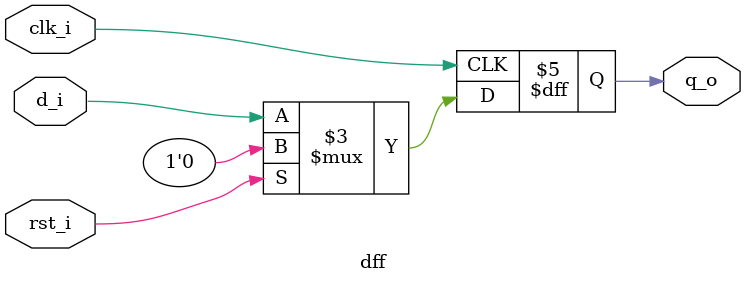
<source format=v>

module divide_by_3(
  input  clk_i , // Input Clock
  input  rst_i , // Reset
  output clk_o   // Output Clock
);
  
  wire [2:0] d;
  wire [2:0] q;
  
  assign d[0] = ~(q[0] | q[1]);
  assign d[1] = q[0];
  assign d[2] = q[1];
  
  assign clk_o = q[1] | q[2];
  
  // Positive Edge Triggered DFF 0
  dff #(
    .EDGE ("posedge")
  )dff_0(
    .clk_i(clk_i ),
    .rst_i(rst_i ),
    .d_i  (d[0]  ),
    .q_o  (q[0]  )
  );
  
  // Positive Edge Triggered DFF 1
  dff #(
    .EDGE ("posedge")
  )dff_1(
    .clk_i(clk_i ),
    .rst_i(rst_i ),
    .d_i  (d[1]  ),
    .q_o  (q[1]  )
  );
  
  // Negative Edge Triggered DFF 2
  dff #(
    .EDGE ("negedge")
  )dff_2(
    .clk_i(clk_i ),
    .rst_i(rst_i ),
    .d_i  (d[2]  ),
    .q_o  (q[2]  )
  );

endmodule

// DFF
module dff#(
  parameter EDGE = "posedge" // posedge, negedge
)(
  input      clk_i,
  input      rst_i,
  input      d_i  ,
  output reg q_o  
);

  generate
    if(EDGE == "posedge")begin
      always@(posedge clk_i)begin
	    if(rst_i)begin
          q_o <= 1'b0;
        end else begin
          q_o <= d_i;
        end
	  end
	end else begin
	  always@(negedge clk_i)begin
	    if(rst_i)begin
          q_o <= 1'b0;
        end else begin
          q_o <= d_i;
        end
	  end
	end
  endgenerate

endmodule
</source>
